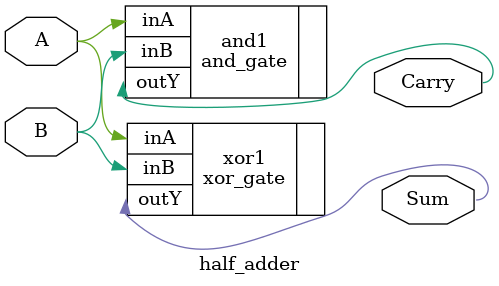
<source format=sv>
module half_adder (
    input A,
    input B,
    output Sum,
    output Carry
);
    // Half adder built using hierarchical modules:
    // Sum = A XOR B (using xor_gate module)
    // Carry = A AND B (using and_gate module)
    
    xor_gate xor1 (
        .inA(A),
        .inB(B),
        .outY(Sum)
    );
    
    and_gate and1 (
        .inA(A),
        .inB(B),
        .outY(Carry)
    );
endmodule

</source>
